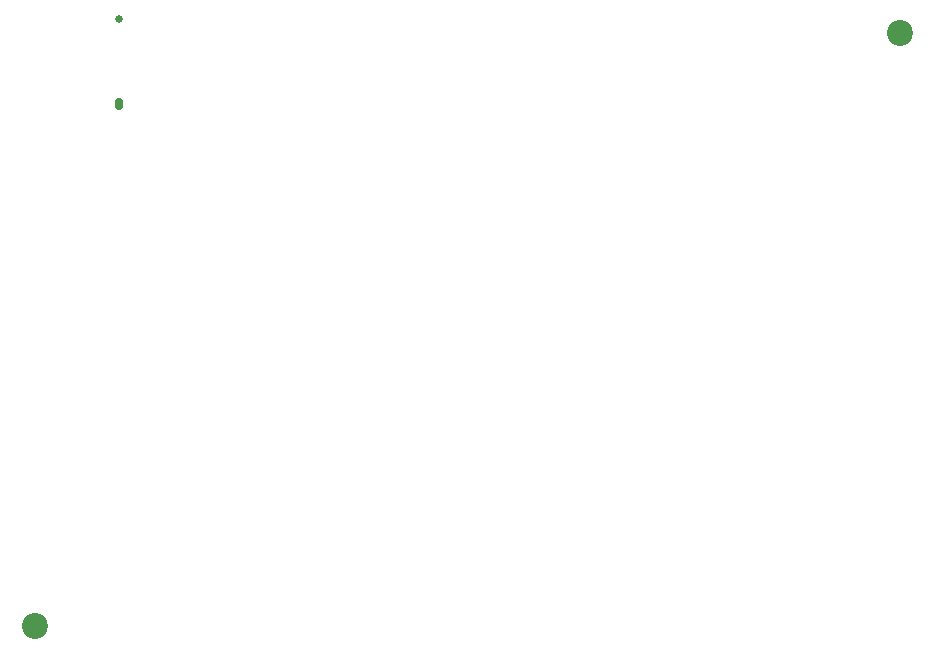
<source format=gbr>
%TF.GenerationSoftware,KiCad,Pcbnew,9.0.0*%
%TF.CreationDate,2025-04-10T22:58:54-04:00*%
%TF.ProjectId,USBLabTool,5553424c-6162-4546-9f6f-6c2e6b696361,2*%
%TF.SameCoordinates,Original*%
%TF.FileFunction,NonPlated,1,4,NPTH,Mixed*%
%TF.FilePolarity,Positive*%
%FSLAX46Y46*%
G04 Gerber Fmt 4.6, Leading zero omitted, Abs format (unit mm)*
G04 Created by KiCad (PCBNEW 9.0.0) date 2025-04-10 22:58:54*
%MOMM*%
%LPD*%
G01*
G04 APERTURE LIST*
%TA.AperFunction,ComponentDrill*%
%ADD10C,0.650000*%
%TD*%
G04 aperture for slot hole*
%TA.AperFunction,ComponentDrill*%
%ADD11C,0.650000*%
%TD*%
%TA.AperFunction,ComponentDrill*%
%ADD12C,2.200000*%
%TD*%
G04 APERTURE END LIST*
D10*
%TO.C,J20*%
X120100000Y-67340000D03*
D11*
X120100000Y-74690000D02*
X120100000Y-74390000D01*
D12*
%TO.C,H2*%
X113000000Y-118750000D03*
%TO.C,H1*%
X186250000Y-68500000D03*
M02*

</source>
